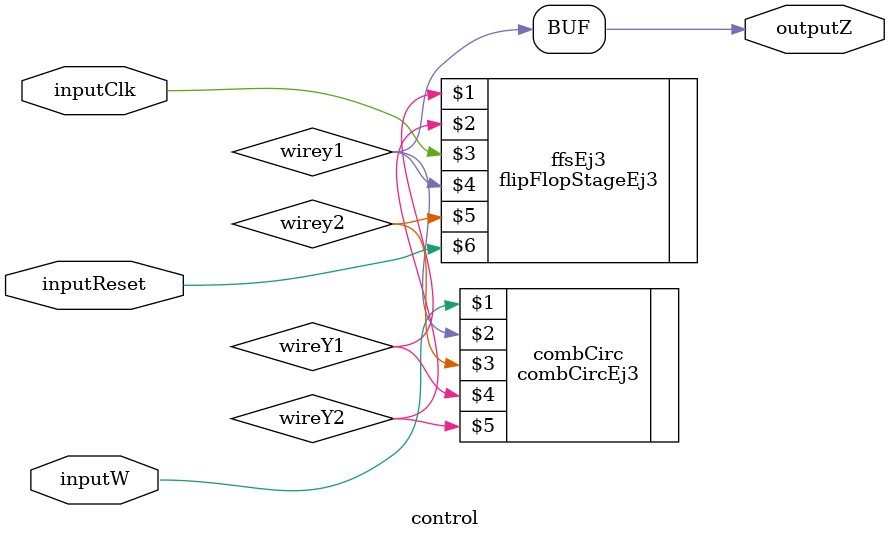
<source format=v>

module control(
    inputW,
    inputClk,
    inputReset,
    outputZ
);

    input inputW;
    input inputClk;
    input inputReset;
    output outputZ;
    wire wirey1;
    wire wirey2;
    wire wireY1;
    wire wireY2;   


    combCircEj3 combCirc(inputW,wirey1,wirey2,wireY1,wireY2);

    flipFlopStageEj3 ffsEj3(wireY1,wireY2,inputClk,wirey1,wirey2,inputReset);

    assign outputZ = wirey1;

endmodule

</source>
